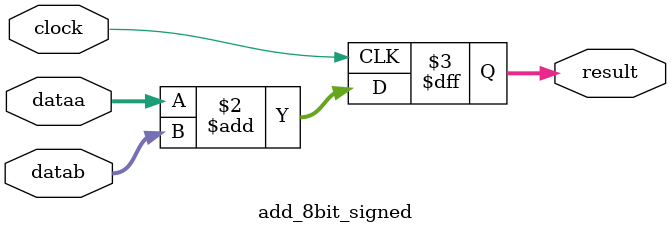
<source format=v>
/* Add two 8 bit 2's compliment inputs and output a 9 bit result
*
*  This module is used by the bias layer.
*/
module add_8bit_signed(
  input clock,
  input [8:0] dataa,
  input [8:0] datab,
  output reg [8:0] result
);
   always@(posedge clock) begin
	      //result <= {dataa[7], dataa} + {datab[7], datab};
	      result <= dataa + datab;
   end // always
   endmodule

</source>
